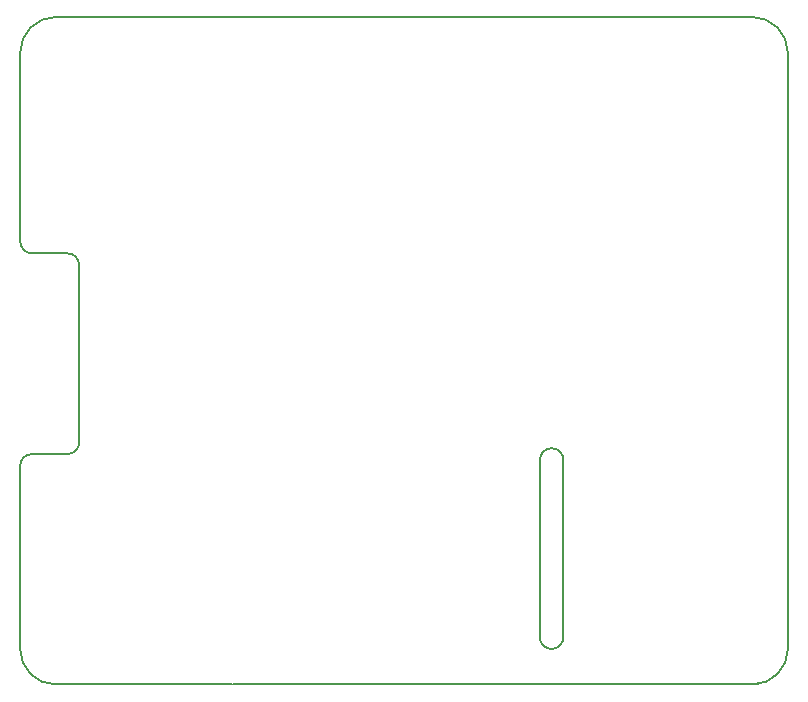
<source format=gm1>
G04 #@! TF.FileFunction,Profile,NP*
%FSLAX46Y46*%
G04 Gerber Fmt 4.6, Leading zero omitted, Abs format (unit mm)*
G04 Created by KiCad (PCBNEW 4.0.7-e2-6376~61~ubuntu18.04.1) date Tue Nov  6 15:25:27 2018*
%MOMM*%
%LPD*%
G01*
G04 APERTURE LIST*
%ADD10C,0.200000*%
%ADD11C,0.150000*%
G04 APERTURE END LIST*
D10*
D11*
X34500000Y-77500000D02*
X46900000Y-77500000D01*
X34000000Y-77500000D02*
X34500000Y-77500000D01*
X47008000Y-77500000D02*
X91508000Y-77500000D01*
X32000000Y-77500000D02*
X34000000Y-77500000D01*
X75000000Y-58500000D02*
G75*
G03X74000000Y-57500000I-1000000J0D01*
G01*
X74000000Y-57500000D02*
G75*
G03X73000000Y-58500000I0J-1000000D01*
G01*
X75000000Y-73500000D02*
X75000000Y-58500000D01*
X74000000Y-74500000D02*
G75*
G03X75000000Y-73500000I0J1000000D01*
G01*
X73000000Y-73500000D02*
G75*
G03X74000000Y-74500000I1000000J0D01*
G01*
X73000000Y-73500000D02*
X73000000Y-58500000D01*
X29000000Y-40000000D02*
X29000000Y-24000000D01*
X29000000Y-40000000D02*
G75*
G03X30000000Y-41000000I1000000J0D01*
G01*
X33000000Y-41000000D02*
X30000000Y-41000000D01*
X34000000Y-42000000D02*
G75*
G03X33000000Y-41000000I-1000000J0D01*
G01*
X34000000Y-57000000D02*
X34000000Y-42000000D01*
X33000000Y-58000000D02*
G75*
G03X34000000Y-57000000I0J1000000D01*
G01*
X30000000Y-58000000D02*
X33000000Y-58000000D01*
X30000000Y-58000000D02*
G75*
G03X29000000Y-59000000I0J-1000000D01*
G01*
X29000000Y-74500000D02*
X29000000Y-59000000D01*
X29000000Y-74500000D02*
G75*
G03X32000000Y-77500000I3000000J0D01*
G01*
X91000000Y-77500000D02*
G75*
G03X94000000Y-74500000I0J3000000D01*
G01*
X94000000Y-24000000D02*
X94000000Y-74500000D01*
X94000000Y-24000000D02*
G75*
G03X91000000Y-21000000I-3000000J0D01*
G01*
X90000000Y-21000000D02*
X91000000Y-21000000D01*
X32000000Y-21000000D02*
G75*
G03X29000000Y-24000000I0J-3000000D01*
G01*
X32000000Y-21000000D02*
X90000000Y-21000000D01*
M02*

</source>
